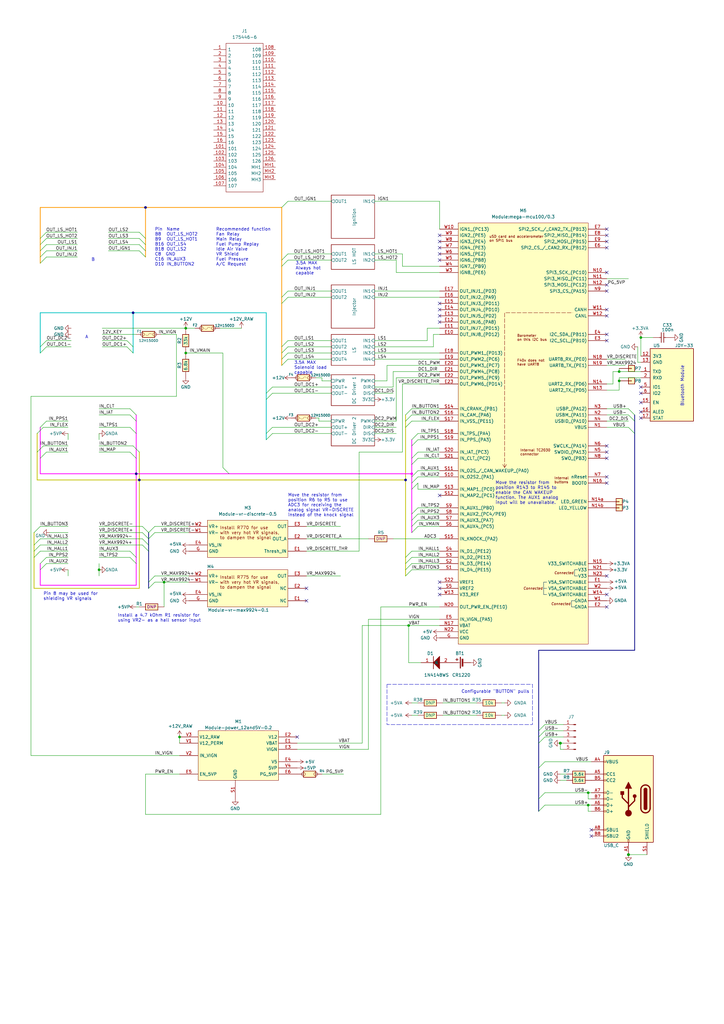
<source format=kicad_sch>
(kicad_sch (version 20230121) (generator eeschema)
  (paper "A3" portrait)
  (title_block (title "UAEFI") (date "2024-03-27") (rev "C") (company "rusEFI.com") (comment 1 "https://rusefi.com/s/uaefi"))
  (junction (at 54.61 128.27))
  (junction (at 57.15 196.85))
  (junction (at 167.64 256.54))
  (junction (at 241.3 325.12))
  (junction (at 76.2 144.78))
  (junction (at 257.81 350.52) (diameter 1.016))
  (junction (at 229.87 304.8) (diameter 1.016))
  (junction (at 262.89 138.43))
  (junction (at 67.31 238.76))
  (junction (at 168.91 194.31) (color 255 0 255 1))
  (junction (at 166.37 196.85))
  (junction (at 59.69 85.09))
  (junction (at 241.3 330.2))
  (junction (at 55.88 194.31))
  (junction (at 40.64 233.68))
  (junction (at 76.2 134.62))
  (junction (at 73.66 302.26))
  (junction (at 254 152.4))
  (junction (at 254 156.21))
  (no_connect (at 125.73 241.3))
  (no_connect (at 180.34 104.14))
  (no_connect (at 262.89 171.45))
  (no_connect (at 248.92 129.54))
  (no_connect (at 242.57 342.9))
  (no_connect (at 125.73 246.38))
  (no_connect (at 180.34 96.52))
  (no_connect (at 248.92 99.06))
  (no_connect (at 262.89 168.91))
  (no_connect (at 242.57 340.36))
  (no_connect (at 248.92 182.88))
  (no_connect (at 248.92 187.96))
  (no_connect (at 180.34 127))
  (no_connect (at 248.92 127))
  (no_connect (at 248.92 248.92))
  (no_connect (at 248.92 93.98))
  (no_connect (at 248.92 119.38))
  (no_connect (at 180.34 129.54))
  (no_connect (at 262.89 161.29))
  (no_connect (at 248.92 96.52))
  (no_connect (at 248.92 198.12))
  (no_connect (at 248.92 185.42))
  (no_connect (at 121.92 302.26))
  (no_connect (at 248.92 236.22))
  (no_connect (at 180.34 203.2))
  (no_connect (at 248.92 111.76))
  (no_connect (at 180.34 132.08))
  (no_connect (at 180.34 124.46))
  (no_connect (at 262.89 158.75))
  (no_connect (at 180.34 106.68))
  (no_connect (at 248.92 243.84))
  (no_connect (at 248.92 137.16))
  (no_connect (at 248.92 139.7))
  (no_connect (at 248.92 116.84))
  (no_connect (at 180.34 241.3))
  (no_connect (at 262.89 165.1))
  (no_connect (at 180.34 238.76))
  (no_connect (at 180.34 243.84))
  (no_connect (at 248.92 195.58))
  (no_connect (at 248.92 101.6))
  (no_connect (at 180.34 99.06))
  (no_connect (at 180.34 101.6))
  (bus_entry (at 171.45 177.8) (size -2.54 2.54))
  (bus_entry (at 118.11 147.32) (size -2.54 2.54))
  (bus_entry (at 19.05 172.72) (size -2.54 2.54))
  (bus_entry (at 54.61 182.88) (size 2.54 2.54))
  (bus_entry (at 19.05 100.33) (size -2.54 2.54))
  (bus_entry (at 223.52 325.12) (size -2.54 2.54) (stroke (width 0.1524)))
  (bus_entry (at 58.42 223.52) (size 2.54 2.54))
  (bus_entry (at 57.15 95.25) (size 2.54 2.54))
  (bus_entry (at 19.05 139.7) (size -2.54 2.54))
  (bus_entry (at 17.78 175.26) (size -2.54 2.54))
  (bus_entry (at 257.81 167.64) (size 2.54 2.54) (stroke (width 0.1524)))
  (bus_entry (at 168.91 172.72) (size -2.54 2.54))
  (bus_entry (at 171.45 187.96) (size -2.54 2.54))
  (bus_entry (at 223.52 299.72) (size -2.54 2.54))
  (bus_entry (at 111.76 177.8) (size -2.54 2.54))
  (bus_entry (at 168.91 231.14) (size -2.54 2.54))
  (bus_entry (at 58.42 220.98) (size 2.54 2.54))
  (bus_entry (at 168.91 228.6) (size -2.54 2.54))
  (bus_entry (at 19.05 185.42) (size -2.54 2.54))
  (bus_entry (at 223.52 297.18) (size -2.54 2.54))
  (bus_entry (at 118.11 142.24) (size -2.54 2.54))
  (bus_entry (at 171.45 195.58) (size -2.54 2.54))
  (bus_entry (at 111.76 175.26) (size -2.54 2.54))
  (bus_entry (at 16.51 226.06) (size -2.54 2.54))
  (bus_entry (at 171.45 198.12) (size -2.54 2.54))
  (bus_entry (at 171.45 210.82) (size -2.54 2.54))
  (bus_entry (at 19.05 228.6) (size -2.54 2.54))
  (bus_entry (at 171.45 185.42) (size -2.54 2.54))
  (bus_entry (at 168.91 233.68) (size -2.54 2.54))
  (bus_entry (at 53.34 185.42) (size 2.54 2.54))
  (bus_entry (at 19.05 231.14) (size -2.54 2.54))
  (bus_entry (at 19.05 95.25) (size -2.54 2.54))
  (bus_entry (at 118.11 104.14) (size -2.54 2.54))
  (bus_entry (at 63.5 238.76) (size -2.54 2.54))
  (bus_entry (at 63.5 218.44) (size -2.54 2.54))
  (bus_entry (at 53.34 175.26) (size 2.54 2.54))
  (bus_entry (at 57.15 100.33) (size 2.54 2.54))
  (bus_entry (at 257.81 175.26) (size 2.54 2.54) (stroke (width 0.1524)))
  (bus_entry (at 57.15 97.79) (size 2.54 2.54))
  (bus_entry (at 53.34 167.64) (size 2.54 2.54))
  (bus_entry (at 53.34 228.6) (size 2.54 2.54))
  (bus_entry (at 52.07 142.24) (size 2.54 2.54))
  (bus_entry (at 57.15 102.87) (size 2.54 2.54))
  (bus_entry (at 91.44 191.77) (size 2.54 2.54))
  (bus_entry (at 223.52 302.26) (size -2.54 2.54))
  (bus_entry (at 16.51 220.98) (size -2.54 2.54))
  (bus_entry (at 16.51 215.9) (size -2.54 2.54))
  (bus_entry (at 168.91 226.06) (size -2.54 2.54))
  (bus_entry (at 111.76 158.75) (size -2.54 2.54))
  (bus_entry (at 257.81 170.18) (size 2.54 2.54) (stroke (width 0.1524)))
  (bus_entry (at 118.11 119.38) (size -2.54 2.54))
  (bus_entry (at 168.91 170.18) (size -2.54 2.54))
  (bus_entry (at 118.11 144.78) (size -2.54 2.54))
  (bus_entry (at 53.34 170.18) (size 2.54 2.54))
  (bus_entry (at 58.42 218.44) (size 2.54 2.54))
  (bus_entry (at 118.11 106.68) (size -2.54 2.54))
  (bus_entry (at 118.11 139.7) (size -2.54 2.54))
  (bus_entry (at 19.05 97.79) (size -2.54 2.54))
  (bus_entry (at 52.07 139.7) (size 2.54 2.54))
  (bus_entry (at 171.45 208.28) (size -2.54 2.54))
  (bus_entry (at 118.11 82.55) (size -2.54 2.54))
  (bus_entry (at 171.45 215.9) (size -2.54 2.54))
  (bus_entry (at 17.78 182.88) (size -2.54 2.54))
  (bus_entry (at 223.52 330.2) (size -2.54 2.54) (stroke (width 0.1524)))
  (bus_entry (at 58.42 215.9) (size 2.54 2.54))
  (bus_entry (at 118.11 121.92) (size -2.54 2.54))
  (bus_entry (at 171.45 193.04) (size -2.54 2.54))
  (bus_entry (at 223.52 312.42) (size -2.54 2.54) (stroke (width 0.1524)))
  (bus_entry (at 171.45 213.36) (size -2.54 2.54))
  (bus_entry (at 168.91 167.64) (size -2.54 2.54))
  (bus_entry (at 63.5 215.9) (size -2.54 2.54))
  (bus_entry (at 171.45 180.34) (size -2.54 2.54))
  (bus_entry (at 19.05 105.41) (size -2.54 2.54))
  (bus_entry (at 53.34 226.06) (size 2.54 2.54))
  (bus_entry (at 63.5 236.22) (size -2.54 2.54))
  (bus_entry (at 16.51 223.52) (size -2.54 2.54))
  (bus_entry (at 19.05 142.24) (size -2.54 2.54))
  (bus_entry (at 111.76 161.29) (size -2.54 2.54))
  (bus_entry (at 19.05 102.87) (size -2.54 2.54))
  (wire (pts (xy 242.57 332.74) (xy 241.3 332.74)))
  (bus (pts (xy 55.88 177.8) (xy 55.88 187.96)) (stroke (width 0) (color 255 0 255 1)))
  (wire (pts (xy 205.74 288.29) (xy 207.01 288.29)))
  (bus (pts (xy 220.98 304.8) (xy 220.98 314.96)))
  (wire (pts (xy 44.45 97.79) (xy 57.15 97.79)))
  (wire (pts (xy 229.87 304.8) (xy 231.14 304.8)))
  (bus (pts (xy 55.88 170.18) (xy 55.88 172.72)) (stroke (width 0) (color 255 0 255 1)))
  (wire (pts (xy 205.74 293.37) (xy 207.01 293.37)))
  (bus (pts (xy 109.22 161.29) (xy 109.22 163.83)) (stroke (width 0) (color 0 194 194 1)))
  (wire (pts (xy 153.67 139.7) (xy 175.26 139.7)))
  (wire (pts (xy 153.67 147.32) (xy 180.34 147.32)))
  (wire (pts (xy 111.76 158.75) (xy 135.89 158.75)))
  (bus (pts (xy 15.24 185.42) (xy 15.24 196.85)) (stroke (width 0) (color 194 194 0 1)))
  (wire (pts (xy 153.67 119.38) (xy 180.34 119.38)))
  (wire (pts (xy 153.67 172.72) (xy 162.56 172.72)))
  (wire (pts (xy 261.62 148.59) (xy 262.89 148.59)))
  (wire (pts (xy 132.08 154.94) (xy 132.08 156.21)))
  (bus (pts (xy 16.51 85.09) (xy 16.51 97.79)) (stroke (width 0) (color 255 153 0 1)))
  (wire (pts (xy 40.64 220.98) (xy 58.42 220.98)))
  (bus (pts (xy 109.22 177.8) (xy 109.22 180.34)) (stroke (width 0) (color 0 194 194 1)))
  (bus (pts (xy 16.51 233.68) (xy 16.51 240.03)) (stroke (width 0) (color 255 0 255 1)))
  (bus (pts (xy 60.96 241.3) (xy 60.96 238.76)))
  (wire (pts (xy 12.7 309.88) (xy 12.7 162.56)))
  (wire (pts (xy 40.64 185.42) (xy 53.34 185.42)))
  (wire (pts (xy 242.57 325.12) (xy 241.3 325.12)))
  (wire (pts (xy 29.21 142.24) (xy 19.05 142.24)))
  (wire (pts (xy 165.1 109.22) (xy 180.34 109.22)))
  (bus (pts (xy 220.98 302.26) (xy 220.98 304.8)))
  (wire (pts (xy 180.34 82.55) (xy 180.34 93.98)))
  (bus (pts (xy 166.37 170.18) (xy 166.37 172.72)) (stroke (width 0) (color 194 194 0 1)))
  (wire (pts (xy 162.56 106.68) (xy 153.67 106.68)))
  (bus (pts (xy 220.98 327.66) (xy 220.98 332.74)))
  (bus (pts (xy 109.22 163.83) (xy 109.22 177.8)) (stroke (width 0) (color 0 194 194 1)))
  (wire (pts (xy 40.64 223.52) (xy 58.42 223.52)))
  (wire (pts (xy 118.11 82.55) (xy 135.89 82.55)))
  (wire (pts (xy 156.21 334.01) (xy 156.21 248.92)))
  (wire (pts (xy 181.61 293.37) (xy 195.58 293.37)))
  (bus (pts (xy 115.57 144.78) (xy 115.57 147.32)) (stroke (width 0) (color 255 153 0 1)))
  (bus (pts (xy 168.91 210.82) (xy 168.91 213.36)) (stroke (width 0) (color 255 0 255 1)))
  (wire (pts (xy 153.67 144.78) (xy 180.34 144.78)))
  (wire (pts (xy 148.59 256.54) (xy 167.64 256.54)))
  (wire (pts (xy 31.75 97.79) (xy 19.05 97.79)))
  (wire (pts (xy 63.5 215.9) (xy 77.47 215.9)))
  (wire (pts (xy 132.08 156.21) (xy 135.89 156.21)))
  (bus (pts (xy 15.24 177.8) (xy 15.24 185.42)) (stroke (width 0) (color 194 194 0 1)))
  (bus (pts (xy 220.98 266.7) (xy 220.98 299.72)))
  (wire (pts (xy 171.45 177.8) (xy 180.34 177.8)))
  (wire (pts (xy 118.11 144.78) (xy 135.89 144.78)))
  (wire (pts (xy 27.94 228.6) (xy 19.05 228.6)))
  (wire (pts (xy 111.76 175.26) (xy 135.89 175.26)))
  (wire (pts (xy 31.75 105.41) (xy 19.05 105.41)))
  (wire (pts (xy 231.14 297.18) (xy 223.52 297.18)))
  (wire (pts (xy 147.32 185.42) (xy 165.1 185.42)))
  (wire (pts (xy 251.46 152.4) (xy 251.46 157.48)))
  (wire (pts (xy 254 151.13) (xy 254 152.4)))
  (wire (pts (xy 242.57 327.66) (xy 241.3 327.66)))
  (wire (pts (xy 41.91 139.7) (xy 52.07 139.7)))
  (wire (pts (xy 168.91 167.64) (xy 180.34 167.64)))
  (bus (pts (xy 115.57 142.24) (xy 115.57 144.78)) (stroke (width 0) (color 255 153 0 1)))
  (wire (pts (xy 254 154.94) (xy 254 156.21)))
  (bus (pts (xy 115.57 85.09) (xy 115.57 106.68)) (stroke (width 0) (color 255 153 0 1)))
  (wire (pts (xy 40.64 170.18) (xy 53.34 170.18)))
  (wire (pts (xy 76.2 134.62) (xy 80.01 134.62)))
  (bus (pts (xy 59.69 97.79) (xy 59.69 100.33)) (stroke (width 0) (color 255 153 0 1)))
  (bus (pts (xy 166.37 233.68) (xy 166.37 236.22)) (stroke (width 0) (color 194 194 0 1)))
  (wire (pts (xy 171.45 210.82) (xy 180.34 210.82)))
  (wire (pts (xy 27.94 233.68) (xy 27.94 236.22)))
  (wire (pts (xy 129.54 171.45) (xy 130.81 171.45)))
  (bus (pts (xy 59.69 85.09) (xy 59.69 97.79)) (stroke (width 0) (color 255 153 0 1)))
  (wire (pts (xy 251.46 152.4) (xy 254 152.4)))
  (bus (pts (xy 60.96 238.76) (xy 60.96 226.06)))
  (bus (pts (xy 260.35 266.7) (xy 260.35 177.8)))
  (wire (pts (xy 248.92 170.18) (xy 257.81 170.18)))
  (bus (pts (xy 220.98 266.7) (xy 260.35 266.7)))
  (wire (pts (xy 254 156.21) (xy 254 160.02)))
  (wire (pts (xy 231.14 307.34) (xy 229.87 307.34)))
  (wire (pts (xy 72.39 162.56) (xy 72.39 137.16)))
  (bus (pts (xy 115.57 106.68) (xy 115.57 109.22)) (stroke (width 0) (color 255 153 0 1)))
  (bus (pts (xy 16.51 231.14) (xy 16.51 233.68)) (stroke (width 0) (color 255 0 255 1)))
  (wire (pts (xy 248.92 160.02) (xy 254 160.02)))
  (wire (pts (xy 40.64 177.8) (xy 40.64 180.34)))
  (bus (pts (xy 168.91 198.12) (xy 168.91 200.66)) (stroke (width 0) (color 255 0 255 1)))
  (bus (pts (xy 13.97 223.52) (xy 13.97 226.06)) (stroke (width 0) (color 194 194 0 1)))
  (wire (pts (xy 177.8 137.16) (xy 180.34 137.16)))
  (bus (pts (xy 16.51 100.33) (xy 16.51 102.87)) (stroke (width 0) (color 255 153 0 1)))
  (wire (pts (xy 40.64 218.44) (xy 58.42 218.44)))
  (wire (pts (xy 76.2 144.78) (xy 91.44 144.78)))
  (wire (pts (xy 63.5 236.22) (xy 77.47 236.22)))
  (wire (pts (xy 63.5 218.44) (xy 77.47 218.44)))
  (wire (pts (xy 168.91 228.6) (xy 180.34 228.6)))
  (bus (pts (xy 168.91 182.88) (xy 168.91 187.96)) (stroke (width 0) (color 255 0 255 1)))
  (bus (pts (xy 93.98 194.31) (xy 168.91 194.31)) (stroke (width 0) (color 255 0 255 1)))
  (wire (pts (xy 171.45 200.66) (xy 171.45 198.12)))
  (wire (pts (xy 118.11 106.68) (xy 135.89 106.68)))
  (wire (pts (xy 31.75 95.25) (xy 19.05 95.25)))
  (bus (pts (xy 168.91 195.58) (xy 168.91 198.12)) (stroke (width 0) (color 255 0 255 1)))
  (wire (pts (xy 161.29 152.4) (xy 180.34 152.4)))
  (bus (pts (xy 13.97 226.06) (xy 13.97 228.6)) (stroke (width 0) (color 194 194 0 1)))
  (wire (pts (xy 41.91 137.16) (xy 55.88 137.16)))
  (wire (pts (xy 153.67 121.92) (xy 180.34 121.92)))
  (bus (pts (xy 168.91 194.31) (xy 168.91 195.58)) (stroke (width 0) (color 255 0 255 1)))
  (wire (pts (xy 111.76 177.8) (xy 135.89 177.8)))
  (wire (pts (xy 44.45 102.87) (xy 57.15 102.87)))
  (bus (pts (xy 260.35 170.18) (xy 260.35 172.72)))
  (wire (pts (xy 129.54 154.94) (xy 132.08 154.94)))
  (wire (pts (xy 175.26 134.62) (xy 180.34 134.62)))
  (bus (pts (xy 55.88 240.03) (xy 16.51 240.03)) (stroke (width 0) (color 255 0 255 1)))
  (bus (pts (xy 166.37 196.85) (xy 166.37 228.6)) (stroke (width 0) (color 194 194 0 1)))
  (wire (pts (xy 161.29 220.98) (xy 180.34 220.98)))
  (wire (pts (xy 229.87 317.5) (xy 232.41 317.5)))
  (wire (pts (xy 223.52 312.42) (xy 242.57 312.42)))
  (wire (pts (xy 265.43 350.52) (xy 257.81 350.52)))
  (bus (pts (xy 16.51 187.96) (xy 16.51 194.31)) (stroke (width 0) (color 255 0 255 1)))
  (bus (pts (xy 59.69 102.87) (xy 59.69 105.41)) (stroke (width 0) (color 255 153 0 1)))
  (wire (pts (xy 27.94 215.9) (xy 16.51 215.9)))
  (wire (pts (xy 162.56 111.76) (xy 162.56 106.68)))
  (wire (pts (xy 125.73 226.06) (xy 147.32 226.06)))
  (wire (pts (xy 12.7 162.56) (xy 72.39 162.56)))
  (bus (pts (xy 55.88 231.14) (xy 55.88 240.03)) (stroke (width 0) (color 255 0 255 1)))
  (wire (pts (xy 59.69 317.5) (xy 73.66 317.5)))
  (wire (pts (xy 248.92 172.72) (xy 257.81 172.72)))
  (wire (pts (xy 158.75 149.86) (xy 180.34 149.86)))
  (bus (pts (xy 168.91 200.66) (xy 168.91 210.82)) (stroke (width 0) (color 255 0 255 1)))
  (wire (pts (xy 267.97 138.43) (xy 262.89 138.43)))
  (wire (pts (xy 118.11 142.24) (xy 135.89 142.24)))
  (bus (pts (xy 168.91 180.34) (xy 168.91 182.88)) (stroke (width 0) (color 255 0 255 1)))
  (wire (pts (xy 44.45 95.25) (xy 57.15 95.25)))
  (wire (pts (xy 156.21 248.92) (xy 180.34 248.92)))
  (wire (pts (xy 165.1 157.48) (xy 180.34 157.48)))
  (wire (pts (xy 162.56 172.72) (xy 162.56 154.94)))
  (wire (pts (xy 147.32 226.06) (xy 147.32 185.42)))
  (bus (pts (xy 260.35 172.72) (xy 260.35 177.8)))
  (wire (pts (xy 171.45 193.04) (xy 180.34 193.04)))
  (wire (pts (xy 229.87 320.04) (xy 232.41 320.04)))
  (bus (pts (xy 60.96 223.52) (xy 60.96 226.06)))
  (wire (pts (xy 168.91 293.37) (xy 171.45 293.37)))
  (wire (pts (xy 17.78 182.88) (xy 27.94 182.88)))
  (wire (pts (xy 153.67 175.26) (xy 162.56 175.26)))
  (bus (pts (xy 54.61 142.24) (xy 54.61 144.78)) (stroke (width 0) (color 0 194 194 1)))
  (wire (pts (xy 40.64 182.88) (xy 54.61 182.88)))
  (wire (pts (xy 59.69 334.01) (xy 156.21 334.01)))
  (bus (pts (xy 60.96 220.98) (xy 60.96 223.52)))
  (wire (pts (xy 132.08 317.5) (xy 140.97 317.5)))
  (bus (pts (xy 13.97 218.44) (xy 13.97 223.52)) (stroke (width 0) (color 194 194 0 1)))
  (bus (pts (xy 55.88 194.31) (xy 93.98 194.31)) (stroke (width 0) (color 255 0 255 1)))
  (wire (pts (xy 40.64 167.64) (xy 53.34 167.64)))
  (bus (pts (xy 55.88 194.31) (xy 55.88 228.6)) (stroke (width 0) (color 255 0 255 1)))
  (bus (pts (xy 115.57 124.46) (xy 115.57 142.24)) (stroke (width 0) (color 255 153 0 1)))
  (wire (pts (xy 153.67 104.14) (xy 165.1 104.14)))
  (wire (pts (xy 27.94 226.06) (xy 16.51 226.06)))
  (bus (pts (xy 115.57 85.09) (xy 59.69 85.09)) (stroke (width 0) (color 255 153 0 1)))
  (wire (pts (xy 130.81 172.72) (xy 135.89 172.72)))
  (wire (pts (xy 153.67 142.24) (xy 177.8 142.24)))
  (wire (pts (xy 118.11 139.7) (xy 135.89 139.7)))
  (bus (pts (xy 16.51 105.41) (xy 16.51 107.95)) (stroke (width 0) (color 255 153 0 1)))
  (wire (pts (xy 231.14 302.26) (xy 223.52 302.26)))
  (bus (pts (xy 168.91 187.96) (xy 168.91 190.5)) (stroke (width 0) (color 255 0 255 1)))
  (wire (pts (xy 262.89 138.43) (xy 262.89 146.05)))
  (wire (pts (xy 151.13 254) (xy 180.34 254)))
  (wire (pts (xy 121.92 304.8) (xy 148.59 304.8)))
  (bus (pts (xy 16.51 194.31) (xy 55.88 194.31)) (stroke (width 0) (color 255 0 255 1)))
  (wire (pts (xy 175.26 139.7) (xy 175.26 134.62)))
  (wire (pts (xy 167.64 256.54) (xy 167.64 271.78)))
  (wire (pts (xy 171.45 185.42) (xy 180.34 185.42)))
  (wire (pts (xy 161.29 158.75) (xy 161.29 152.4)))
  (wire (pts (xy 151.13 307.34) (xy 151.13 254)))
  (wire (pts (xy 241.3 327.66) (xy 241.3 325.12)))
  (wire (pts (xy 168.91 226.06) (xy 180.34 226.06)))
  (wire (pts (xy 153.67 156.21) (xy 158.75 156.21)))
  (wire (pts (xy 165.1 185.42) (xy 165.1 157.48)))
  (bus (pts (xy 115.57 121.92) (xy 115.57 124.46)) (stroke (width 0) (color 255 153 0 1)))
  (wire (pts (xy 27.94 185.42) (xy 19.05 185.42)))
  (bus (pts (xy 166.37 172.72) (xy 166.37 175.26)) (stroke (width 0) (color 194 194 0 1)))
  (wire (pts (xy 251.46 157.48) (xy 248.92 157.48)))
  (wire (pts (xy 67.31 238.76) (xy 77.47 238.76)))
  (bus (pts (xy 16.51 142.24) (xy 16.51 128.27)) (stroke (width 0) (color 0 194 194 1)))
  (wire (pts (xy 66.04 137.16) (xy 72.39 137.16)))
  (wire (pts (xy 248.92 149.86) (xy 256.54 149.86)))
  (wire (pts (xy 171.45 208.28) (xy 180.34 208.28)))
  (bus (pts (xy 168.91 213.36) (xy 168.91 215.9)) (stroke (width 0) (color 255 0 255 1)))
  (wire (pts (xy 59.69 334.01) (xy 59.69 317.5)))
  (wire (pts (xy 248.92 175.26) (xy 257.81 175.26)))
  (wire (pts (xy 171.45 187.96) (xy 180.34 187.96)))
  (wire (pts (xy 241.3 325.12) (xy 223.52 325.12)))
  (bus (pts (xy 16.51 97.79) (xy 16.51 100.33)) (stroke (width 0) (color 255 153 0 1)))
  (bus (pts (xy 54.61 128.27) (xy 109.22 128.27)) (stroke (width 0) (color 0 194 194 1)))
  (wire (pts (xy 231.14 299.72) (xy 223.52 299.72)))
  (wire (pts (xy 20.32 218.44) (xy 27.94 218.44)))
  (wire (pts (xy 153.67 82.55) (xy 180.34 82.55)))
  (bus (pts (xy 168.91 190.5) (xy 168.91 194.31)) (stroke (width 0) (color 255 0 255 1)))
  (wire (pts (xy 31.75 102.87) (xy 19.05 102.87)))
  (wire (pts (xy 40.64 228.6) (xy 53.34 228.6)))
  (wire (pts (xy 241.3 332.74) (xy 241.3 330.2)))
  (wire (pts (xy 180.34 111.76) (xy 162.56 111.76)))
  (wire (pts (xy 241.3 330.2) (xy 223.52 330.2)))
  (bus (pts (xy 59.69 100.33) (xy 59.69 102.87)) (stroke (width 0) (color 255 153 0 1)))
  (bus (pts (xy 115.57 147.32) (xy 115.57 149.86)) (stroke (width 0) (color 255 153 0 1)))
  (bus (pts (xy 16.51 102.87) (xy 16.51 105.41)) (stroke (width 0) (color 255 153 0 1)))
  (wire (pts (xy 167.64 271.78) (xy 172.72 271.78)))
  (bus (pts (xy 57.15 185.42) (xy 57.15 196.85)) (stroke (width 0) (color 194 194 0 1)))
  (wire (pts (xy 148.59 304.8) (xy 148.59 256.54)))
  (wire (pts (xy 41.91 142.24) (xy 52.07 142.24)))
  (bus (pts (xy 55.88 228.6) (xy 55.88 231.14)) (stroke (width 0) (color 255 0 255 1)))
  (wire (pts (xy 29.21 139.7) (xy 19.05 139.7)))
  (wire (pts (xy 118.11 119.38) (xy 135.89 119.38)))
  (wire (pts (xy 125.73 236.22) (xy 139.7 236.22)))
  (wire (pts (xy 254 152.4) (xy 262.89 152.4)))
  (wire (pts (xy 41.91 134.62) (xy 76.2 134.62)))
  (bus (pts (xy 220.98 299.72) (xy 220.98 302.26)))
  (wire (pts (xy 27.94 177.8) (xy 27.94 180.34)))
  (wire (pts (xy 44.45 100.33) (xy 57.15 100.33)))
  (wire (pts (xy 90.17 134.62) (xy 99.06 134.62)))
  (wire (pts (xy 118.11 147.32) (xy 135.89 147.32)))
  (wire (pts (xy 180.34 200.66) (xy 171.45 200.66)))
  (wire (pts (xy 73.66 302.26) (xy 73.66 304.8)))
  (bus (pts (xy 55.88 172.72) (xy 55.88 177.8)) (stroke (width 0) (color 255 0 255 1)))
  (wire (pts (xy 168.91 233.68) (xy 180.34 233.68)))
  (bus (pts (xy 166.37 228.6) (xy 166.37 231.14)) (stroke (width 0) (color 194 194 0 1)))
  (wire (pts (xy 167.64 256.54) (xy 180.34 256.54)))
  (wire (pts (xy 121.92 307.34) (xy 151.13 307.34)))
  (bus (pts (xy 54.61 128.27) (xy 54.61 142.24)) (stroke (width 0) (color 0 194 194 1)))
  (wire (pts (xy 27.94 231.14) (xy 19.05 231.14)))
  (wire (pts (xy 229.87 307.34) (xy 229.87 304.8)))
  (wire (pts (xy 168.91 288.29) (xy 171.45 288.29)))
  (wire (pts (xy 125.73 220.98) (xy 151.13 220.98)))
  (wire (pts (xy 67.31 238.76) (xy 67.31 248.92)))
  (wire (pts (xy 125.73 215.9) (xy 139.7 215.9)))
  (wire (pts (xy 111.76 161.29) (xy 135.89 161.29)))
  (bus (pts (xy 16.51 128.27) (xy 54.61 128.27)) (stroke (width 0) (color 0 194 194 1)))
  (wire (pts (xy 171.45 195.58) (xy 180.34 195.58)))
  (bus (pts (xy 57.15 196.85) (xy 57.15 241.3)) (stroke (width 0) (color 194 194 0 1)))
  (wire (pts (xy 40.64 226.06) (xy 53.34 226.06)))
  (wire (pts (xy 168.91 170.18) (xy 180.34 170.18)))
  (wire (pts (xy 130.81 171.45) (xy 130.81 172.72)))
  (wire (pts (xy 55.88 248.92) (xy 57.15 248.92)))
  (wire (pts (xy 158.75 156.21) (xy 158.75 149.86)))
  (bus (pts (xy 16.51 175.26) (xy 16.51 187.96)) (stroke (width 0) (color 255 0 255 1)))
  (bus (pts (xy 59.69 85.09) (xy 16.51 85.09)) (stroke (width 0) (color 255 153 0 1)))
  (bus (pts (xy 16.51 144.78) (xy 16.51 142.24)) (stroke (width 0) (color 0 194 194 1)))
  (bus (pts (xy 168.91 215.9) (xy 168.91 218.44)) (stroke (width 0) (color 255 0 255 1)))
  (wire (pts (xy 153.67 158.75) (xy 161.29 158.75)))
  (wire (pts (xy 171.45 180.34) (xy 180.34 180.34)))
  (wire (pts (xy 153.67 177.8) (xy 162.56 177.8)))
  (bus (pts (xy 220.98 314.96) (xy 220.98 327.66)))
  (wire (pts (xy 261.62 142.24) (xy 261.62 148.59)))
  (wire (pts (xy 12.7 309.88) (xy 73.66 309.88)))
  (wire (pts (xy 118.11 104.14) (xy 135.89 104.14)))
  (wire (pts (xy 40.64 231.14) (xy 40.64 233.68)))
  (wire (pts (xy 168.91 231.14) (xy 180.34 231.14)))
  (bus (pts (xy 115.57 109.22) (xy 115.57 121.92)) (stroke (width 0) (color 255 153 0 1)))
  (wire (pts (xy 118.11 121.92) (xy 135.89 121.92)))
  (wire (pts (xy 177.8 142.24) (xy 177.8 137.16)))
  (wire (pts (xy 248.92 147.32) (xy 256.54 147.32)))
  (wire (pts (xy 242.57 330.2) (xy 241.3 330.2)))
  (wire (pts (xy 31.75 100.33) (xy 19.05 100.33)))
  (wire (pts (xy 162.56 154.94) (xy 180.34 154.94)))
  (wire (pts (xy 254 154.94) (xy 262.89 154.94)))
  (bus (pts (xy 55.88 187.96) (xy 55.88 194.31)) (stroke (width 0) (color 255 0 255 1)))
  (bus (pts (xy 57.15 241.3) (xy 13.97 241.3)) (stroke (width 0) (color 194 194 0 1)))
  (wire (pts (xy 165.1 104.14) (xy 165.1 109.22)))
  (wire (pts (xy 40.64 233.68) (xy 40.64 236.22)))
  (wire (pts (xy 171.45 215.9) (xy 180.34 215.9)))
  (wire (pts (xy 248.92 114.3) (xy 257.81 114.3)))
  (bus (pts (xy 166.37 196.85) (xy 57.15 196.85)) (stroke (width 0) (color 194 194 0 1)))
  (bus (pts (xy 166.37 175.26) (xy 166.37 196.85)) (stroke (width 0) (color 194 194 0 1)))
  (wire (pts (xy 27.94 223.52) (xy 16.51 223.52)))
  (wire (pts (xy 17.78 175.26) (xy 27.94 175.26)))
  (bus (pts (xy 109.22 128.27) (xy 109.22 161.29)) (stroke (width 0) (color 0 194 194 1)))
  (wire (pts (xy 27.94 220.98) (xy 16.51 220.98)))
  (bus (pts (xy 166.37 231.14) (xy 166.37 233.68)) (stroke (width 0) (color 194 194 0 1)))
  (wire (pts (xy 248.92 167.64) (xy 257.81 167.64)))
  (wire (pts (xy 27.94 172.72) (xy 19.05 172.72)))
  (wire (pts (xy 91.44 144.78) (xy 91.44 191.77)))
  (wire (pts (xy 63.5 238.76) (xy 67.31 238.76)))
  (wire (pts (xy 40.64 175.26) (xy 53.34 175.26)))
  (wire (pts (xy 171.45 213.36) (xy 180.34 213.36)))
  (wire (pts (xy 153.67 161.29) (xy 161.29 161.29)))
  (bus (pts (xy 15.24 196.85) (xy 57.15 196.85)) (stroke (width 0) (color 194 194 0 1)))
  (bus (pts (xy 60.96 218.44) (xy 60.96 220.98)))
  (wire (pts (xy 181.61 288.29) (xy 195.58 288.29)))
  (bus (pts (xy 13.97 228.6) (xy 13.97 241.3)) (stroke (width 0) (color 194 194 0 1)))
  (wire (pts (xy 40.64 215.9) (xy 58.42 215.9)))
  (wire (pts (xy 168.91 172.72) (xy 180.34 172.72)))
  (rectangle (start 158.75 280.67) (end 218.44 297.18) (stroke (width 0) (type dash)))
  (text "Move the resistor from\nposition R6 to R5 to use \nADC3 for receiving the\nanalog signal VR-DISCRETE\ninstead of the knock signal" (at 118.11 212.09 0) (effects (font (size 1.27 1.27)) (justify left bottom)))
  (text "Bluetooth Module" (at 280.67 149.86 90) (effects (font (size 1.27 1.27)) (justify right bottom)))
  (text "Configurable \"BUTTON\" pulls" (at 189.23 284.48 0) (effects (font (size 1.27 1.27)) (justify left bottom)))
  (text "3.5A MAX\nSolenoid load\ncapable" (at 120.65 153.67 0) (effects (font (size 1.27 1.27)) (justify left bottom)))
  (text "Move the resistor from\nposition R143 to R145 to\nenable the CAN WAKEUP\nfunction. The AUX1 analog\ninput will be unavailable." (at 203.2 207.01 0) (effects (font (size 1.27 1.27)) (justify left bottom)))
  (text "Pin	Name			Recommended function\nB8	OUT_LS_HOT2		Fan Relay\nB9	OUT_LS_HOT1		Main Relay\nB16	OUT_LS4			Fuel Pump Replay\nB18	OUT_LS2			Idle Air Valve\nC8  GND  			VR Shield\nC16	IN_AUX3			Fuel Pressure\nD10	IN_BUTTON2		A/C Request" (at 63.5 109.22 0) (effects (font (size 1.27 1.27)) (justify left bottom)))
  (text "3.5A MAX\nAlways hot\ncapable" (at 121.2103 112.8584 0) (effects (font (size 1.27 1.27)) (justify left bottom)))
  (text "Install a 4.7 kOhm R1 resistor for \nusing VR2- as a hall sensor input" (at 48.26 255.27 0) (effects (font (size 1.27 1.27)) (justify left bottom)))
  (text "B" (at 37.465 107.315 0) (effects (font (size 1.27 1.27)) (justify left bottom)))
  (text "A" (at 34.925 139.065 0) (effects (font (size 1.27 1.27)) (justify left bottom)))
  (text "Pin 8 may be used for \nshielding VR signals" (at 17.78 246.38 0) (effects (font (size 1.27 1.27)) (justify left bottom)))
  (label "OUT_LS2" (at 44.45 95.25 0))
  (label "VR_DISCRETE_A" (at 125.73 220.98 0))
  (label "PG_5VP" (at 256.54 116.84 180))
  (label "IN_HALL1" (at 180.34 226.06 180))
  (label "OUT_LS1" (at 31.75 100.33 180))
  (label "IN_PPS1" (at 180.34 180.34 180))
  (label "VR_DISCRETE+" (at 66.04 215.9 0))
  (label "OUT_LS1" (at 120.65 139.7 0))
  (label "DC2_DIR" (at 153.67 175.26 0))
  (label "IN_BUTTON1" (at 181.61 288.29 0))
  (label "IN_PPS2" (at 27.94 228.6 180))
  (label "OUT_DC1-" (at 120.65 161.29 0))
  (label "IN_CLT" (at 46.99 167.64 180))
  (label "LS3" (at 154.94 144.78 0))
  (label "OUT_DC1-" (at 29.21 142.24 180))
  (label "IN_CLT" (at 180.34 187.96 180))
  (label "IN_AUX2" (at 27.94 231.14 180))
  (label "OUT_LS4" (at 120.65 147.32 0))
  (label "OUT_DC2-" (at 120.65 177.8 0))
  (label "VR_DISCRETE-" (at 40.64 215.9 0))
  (label "OUT_INJ1" (at 120.65 119.38 0))
  (label "12V_KEY" (at 41.91 137.16 0))
  (label "IN_FLEX" (at 180.34 172.72 180))
  (label "OUT_LS4" (at 44.45 100.33 0))
  (label "OUT_LS_HOT1" (at 31.75 95.25 180))
  (label "IN_MAP" (at 40.64 185.42 0))
  (label "VIGN" (at 143.51 307.34 180))
  (label "VBAT" (at 167.64 256.54 0))
  (label "IN_HALL2" (at 180.34 228.6 180))
  (label "VR_MAX9924" (at 125.73 236.22 0))
  (label "USB+" (at 251.46 167.64 0))
  (label "USB+" (at 223.52 302.26 0))
  (label "USB-" (at 241.3 325.12 180))
  (label "OUT_LS_HOT2" (at 31.75 97.79 180))
  (label "OUT_LS_HOT2" (at 133.35 106.68 180))
  (label "IN_BUTTON1" (at 180.34 167.64 180))
  (label "IN_TPS1" (at 40.64 175.26 0))
  (label "OUT_LS3" (at 120.65 144.78 0))
  (label "VR_DISCRETE+" (at 40.64 218.44 0))
  (label "LS4" (at 154.94 147.32 0))
  (label "IN_HALL2" (at 27.94 223.52 180))
  (label "USB-" (at 223.52 299.72 0))
  (label "DC2_DIS" (at 257.81 172.72 180))
  (label "VR_MAX9924-" (at 40.64 220.98 0))
  (label "OUT_LS3" (at 44.45 97.79 0))
  (label "USB-" (at 251.46 170.18 0))
  (label "IN_BUTTON1" (at 27.94 182.88 180))
  (label "IN_TPS2" (at 40.64 228.6 0))
  (label "DC2_PWM" (at 153.67 172.72 0))
  (label "VR_DISCRETE-" (at 66.04 218.44 0))
  (label "PWR_EN" (at 63.5 317.5 0))
  (label "VBUS" (at 228.6 297.18 180))
  (label "VR_DISCRETE" (at 125.73 215.9 0))
  (label "VR_MAX9924-" (at 66.04 238.76 0))
  (label "VBAT" (at 143.51 304.8 180))
  (label "PG_5VP" (at 140.97 317.5 180))
  (label "OUT_LS_HOT1" (at 133.35 104.14 180))
  (label "OUT_DC2+" (at 41.91 139.7 0))
  (label "LS_HOT2" (at 154.94 106.68 0))
  (label "IN_VIGN" (at 63.5 309.88 0))
  (label "VR_DISCRETE_THR" (at 125.73 226.06 0))
  (label "OUT_DC1+" (at 41.91 142.24 0))
  (label "DC2_PWM" (at 171.45 154.94 0))
  (label "IN_BUTTON3" (at 180.34 233.68 180))
  (label "IN_TPS2" (at 180.34 208.28 180))
  (label "IN_HALL3" (at 180.34 231.14 180))
  (label "VR_DISCRETE_THR" (at 180.34 157.48 180))
  (label "IN_HALL3" (at 27.94 220.98 180))
  (label "IN_AUX1" (at 180.34 193.04 180))
  (label "OUT_INJ2" (at 31.75 105.41 180))
  (label "DC1_DIR" (at 171.45 152.4 0))
  (label "IN_PPS2" (at 180.34 210.82 180))
  (label "VR_DISCRETE" (at 248.92 147.32 0))
  (label "OUT_INJ2" (at 120.65 121.92 0))
  (label "VBUS" (at 236.22 312.42 0))
  (label "OUT_DC2-" (at 29.21 139.7 180))
  (label "LS2" (at 154.94 142.24 0))
  (label "OUT_INJ1" (at 31.75 102.87 180))
  (label "VIGN" (at 167.64 254 0))
  (label "IN_TPS1" (at 180.34 177.8 180))
  (label "IN_VMAIN" (at 86.36 144.78 180))
  (label "ADC3" (at 173.99 220.98 0))
  (label "VBUS" (at 251.46 175.26 0))
  (label "IN_MAP" (at 180.34 200.66 180))
  (label "OUT_IGN1" (at 44.45 102.87 0))
  (label "IN_BUTTON2" (at 181.61 293.37 0))
  (label "IN_BUTTON2" (at 180.34 170.18 180))
  (label "VR_MAX9924" (at 248.92 149.86 0))
  (label "IN_BUTTON3" (at 27.94 215.9 180))
  (label "IN_FLEX" (at 27.94 175.26 180))
  (label "IN_VIGN" (at 72.39 137.16 180))
  (label "IN_AUX2" (at 180.34 195.58 180))
  (label "IGN1" (at 154.94 82.55 0))
  (label "IN_IAT" (at 180.34 185.42 180))
  (label "VR_MAX9924+" (at 40.64 223.52 0))
  (label "IN_BUTTON2" (at 40.64 182.88 0))
  (label "IN_IAT" (at 40.64 170.18 0))
  (label "OUT_LS2" (at 120.65 142.24 0))
  (label "PWR_EN" (at 167.64 248.92 0))
  (label "OUT_DC1+" (at 120.65 158.75 0))
  (label "IN_HALL1" (at 27.94 226.06 180))
  (label "OUT_IGN1" (at 120.65 82.55 0))
  (label "DC1_DIS" (at 153.67 161.29 0))
  (label "LS_HOT1" (at 154.94 104.14 0))
  (label "INJ1" (at 154.94 119.38 0))
  (label "IN_AUX3" (at 180.34 213.36 180))
  (label "DC2_DIS" (at 153.67 177.8 0))
  (label "INJ2" (at 154.94 121.92 0))
  (label "OUT_DC2+" (at 120.65 175.26 0))
  (label "LS1" (at 154.94 139.7 0))
  (label "IN_AUX1" (at 27.94 185.42 180))
  (label "DC1_PWM" (at 171.45 149.86 0))
  (label "IN_PPS1" (at 27.94 172.72 180))
  (label "VR_MAX9924+" (at 66.04 236.22 0))
  (label "IN_VMAIN" (at 180.34 215.9 180))
  (label "IN_AUX3" (at 40.64 226.06 0))
  (label "USB+" (at 241.3 330.2 180))
  (symbol (lib_id "hellen-one-common:Cap") (at 271.78 138.43 0) (mirror y) (unit 1)
    (property "Reference" "C33" (at 271.78 133.35 0) (effects (justify right)))
    (property "Value" "100n" (at 271.4077 135.2395 0) (effects (justify right)))
    (property "Footprint" "hellen-one-common:C0603" (effects hide))
    (property "LCSC" "C14663" (effects hide))
  )
  (symbol (lib_id "power:GND") (at 180.34 261.62 270) (mirror x) (unit 1)
    (property "Reference" "#PWR034" (effects hide))
    (property "Value" "GND" (at 176.53 261.62 90) (effects (justify right)))
  )
  (symbol (lib_id "power:GNDA") (at 207.01 288.29 90) (unit 1)
    (property "Reference" "#PWR0125" (effects hide))
    (property "Value" "GNDA" (at 213.36 288.29 90))
  )
  (symbol (lib_id "misc:USB_C") (at 257.81 327.66 0) (mirror y) (unit 1)
    (property "Reference" "J9" (at 248.92 308.61 0))
    (property "Value" "USB_C" (at 247.65 346.71 0) (effects (justify right)))
    (property "Footprint" "kicad6-libraries:USB_C" (effects hide))
    (property "Datasheet" "https://www.usb.org/sites/default/files/documents/usb_type-c.zip" (effects hide))
    (property "LCSC" "C2927038" (effects hide))
  )
  (symbol (lib_id "power:+3.3V") (at 248.92 233.68 270) (unit 1)
    (property "Reference" "#PWR046" (effects hide))
    (property "Value" "+3.3V" (at 251.46 233.68 90) (effects (justify left)))
  )
  (symbol (lib_id "power:+3.3VA") (at 262.89 138.43 0) (unit 1)
    (property "Reference" "#PWR0123" (effects hide))
    (property "Value" "+3.3VA" (at 259.08 134.62 0) (effects (justify left)))
  )
  (symbol (lib_id "hellen-one-common:Fuse-Pad-Pad") (at 124.46 171.45 0) (unit 1)
    (property "Reference" "F3" (at 119.38 170.18 0) (effects (font (size 1.016 1.016))))
    (property "Value" "12H1500D" (at 131.5492 170.3413 0) (effects (font (size 1.016 1.016))))
    (property "Footprint" "hellen-one-common:PAD-1206-PAD" (effects hide))
    (property "LCSC" "C182446" (effects hide))
  )
  (symbol (lib_id "power:+12V") (at 76.2 134.62 0) (unit 1)
    (property "Reference" "#PWR015" (effects hide))
    (property "Value" "+12V" (at 76.2 130.81 0))
  )
  (symbol (lib_id "hellen-one-common:Jumper-Pad-Pad") (at 127 317.5 0) (unit 1)
    (property "Reference" "R4" (at 132.08 316.23 0) (effects (font (size 1.016 1.016))))
    (property "Value" "Jumper-Pad-Pad" (effects hide))
    (property "Footprint" "hellen-one-common:PAD-0805-PAD" (effects hide))
    (property "LCSC" "C17477" (effects hide))
  )
  (symbol (lib_id "hellen-one-common:Pad") (at 259.08 156.21 0) (unit 1)
    (property "Reference" "P8" (at 260.35 156.21 0) (effects (justify left)))
    (property "Value" "Pad" (effects hide))
    (property "Footprint" "hellen-one-common:PAD-TH" (effects hide))
  )
  (symbol (lib_id "hellen-one-common:Fuse-Pad-Pad") (at 60.96 137.16 0) (unit 1)
    (property "Reference" "F1" (at 57.15 135.89 0) (effects (font (size 1.016 1.016))))
    (property "Value" "12H1500D" (at 60.96 139.7 0) (effects (font (size 1.016 1.016))))
    (property "Footprint" "hellen-one-common:PAD-1206-PAD" (effects hide))
    (property "LCSC" "C182446" (effects hide))
  )
  (symbol (lib_id "power:GNDA") (at 248.92 246.38 90) (unit 1)
    (property "Reference" "#PWR049" (effects hide))
    (property "Value" "GNDA" (at 254.5144 246.2657 90))
  )
  (symbol (lib_id "hellen-one-common:Res") (at 232.41 317.5 0) (mirror x) (unit 1)
    (property "Reference" "R7" (at 232.41 316.23 0))
    (property "Value" "5.6k" (at 237.49 317.5 0))
    (property "Footprint" "hellen-one-common:R0603" (effects hide))
    (property "LCSC" "C23189" (effects hide))
  )
  (symbol (lib_id "power:+3.3V") (at 153.67 180.34 270) (unit 1)
    (property "Reference" "#PWR032" (effects hide))
    (property "Value" "+3.3V" (at 156.21 180.34 90) (effects (justify left)))
  )
  (symbol (lib_id "vr-max9924:Module-vr-max9924-0.1") (at 85.09 233.68 0) (unit 1)
    (property "Reference" "M4" (at 86.36 232.41 0))
    (property "Value" "Module-vr-max9924-0.1" (at 97.79 250.19 0))
    (property "Footprint" "hellen-one-vr-max9924-0.1:vr-max9924" (effects hide))
  )
  (symbol (lib_id "power:GND") (at 229.87 304.8 270) (mirror x) (unit 1)
    (property "Reference" "#PWR041" (effects hide))
    (property "Value" "GND" (at 225.9266 304.7492 0))
  )
  (symbol (lib_id "hellen-one-common:Fuse-Pad-Pad") (at 124.46 154.94 0) (unit 1)
    (property "Reference" "F4" (at 119.38 153.67 0) (effects (font (size 1.016 1.016))))
    (property "Value" "12H1500D" (at 131.5492 153.8313 0) (effects (font (size 1.016 1.016))))
    (property "Footprint" "hellen-one-common:PAD-1206-PAD" (effects hide))
    (property "LCSC" "C182446" (effects hide))
  )
  (symbol (lib_id "hellen-one-common:Res") (at 205.74 288.29 180) (unit 1)
    (property "Reference" "R35" (at 195.58 287.02 0))
    (property "Value" "10k" (at 200.66 288.29 0))
    (property "Footprint" "hellen-one-common:R0805" (effects hide))
    (property "LCSC" "C17414" (effects hide))
  )
  (symbol (lib_id "hellen-one-mega-mcu100-0.3:Module{colon}mega-mcu100/0.3") (at 180.34 93.98 0) (unit 1)
    (property "Reference" "M6" (at 214.63 86.36 0))
    (property "Value" "Module:mega-mcu100/0.3" (at 214.63 88.9 0))
    (property "Footprint" "hellen-one-mega-mcu100-0.3:mega-mcu100" (effects hide))
    (property "PUBLISHER" "qwerty-off" (effects hide))
    (property "SUPPLIER PART NUMBER 1" "*" (effects hide))
    (property "SUPPLIER PART NUMBER 2" "*" (effects hide))
    (property "SUPPLIER 1" "Mouser" (effects hide))
    (property "SUPPLIER 2" "Digi-Key" (effects hide))
    (property "FITTED" "False" (effects hide))
    (property "SUPPLIER 3" "LCSC" (effects hide))
    (property "TYPE" "Module" (effects hide))
  )
  (symbol (lib_id "hellen-one-common:Res") (at 76.2 144.78 90) (unit 1)
    (property "Reference" "R2" (at 73.66 139.7 0))
    (property "Value" "33k" (at 76.2 139.7 0))
    (property "Footprint" "hellen-one-common:R0603" (effects hide))
    (property "LCSC" "C4216" (effects hide))
  )
  (symbol (lib_id "power:GNDA") (at 40.64 177.8 90) (unit 1)
    (property "Reference" "#PWR07" (effects hide))
    (property "Value" "GNDA" (at 45.72 177.8 90))
  )
  (symbol (lib_id "power:GND") (at 193.04 271.78 90) (unit 1)
    (property "Reference" "#PWR035" (effects hide))
    (property "Value" "GND" (at 196.85 271.78 0))
  )
  (symbol (lib_id "power:GND") (at 20.32 218.44 270) (mirror x) (unit 1)
    (property "Reference" "#PWR0117" (effects hide))
    (property "Value" "GND" (at 16.51 219.71 90))
  )
  (symbol (lib_id "hellen-one-common:Fuse-Pad-Pad") (at 85.09 134.62 0) (unit 1)
    (property "Reference" "F2" (at 80.01 133.35 0) (effects (font (size 1.016 1.016))))
    (property "Value" "12H1500D" (at 92.1792 133.5113 0) (effects (font (size 1.016 1.016))))
    (property "Footprint" "hellen-one-common:PAD-1206-PAD" (effects hide))
    (property "LCSC" "C182446" (effects hide))
  )
  (symbol (lib_id "power:GND") (at 257.81 350.52 0) (mirror y) (unit 1)
    (property "Reference" "#PWR050" (effects hide))
    (property "Value" "GND" (at 257.7592 354.4634 0))
  )
  (symbol (lib_id "power:GND") (at 77.47 226.06 270) (mirror x) (unit 1)
    (property "Reference" "#PWR019" (effects hide))
    (property "Value" "GND" (at 73.66 226.06 90) (effects (justify right)))
  )
  (symbol (lib_id "JDY-33:JDY-33") (at 266.7 154.94 0) (unit 1)
    (property "Reference" "U5" (at 267.97 141.732 0) (effects (justify left)))
    (property "Value" "JDY-33" (at 276.86 141.732 0) (effects (justify left)))
    (property "Footprint" "kicad6-libraries:JDY-33" (effects hide))
    (property "Datasheet" "https://datasheet.lcsc.com/lcsc/2106070033_QIACHIP-WL9981TC_C2689544.pdf" (effects hide))
    (property "LCSC" "C9900001612" (effects hide))
    (property "PARTREV" "v1.0" (effects hide))
    (property "MF" "HuiCheng" (effects hide))
    (property "STANDARD" "Manufacturer Recommendations" (effects hide))
  )
  (symbol (lib_id "power:+5VA") (at 77.47 243.84 90) (unit 1)
    (property "Reference" "#PWR020" (effects hide))
    (property "Value" "+5VA" (at 71.8756 243.4717 90))
  )
  (symbol (lib_id "hellen-one-vr-discrete-0.5:Module-vr-discrete-0.5") (at 85.09 213.36 0) (unit 1)
    (property "Reference" "M3" (at 101.6 208.28 0))
    (property "Value" "Module-vr-discrete-0.5" (at 101.6 210.82 0))
    (property "Footprint" "hellen-one-vr-discrete-0.5:vr-discrete" (effects hide))
  )
  (symbol (lib_id "power:+5VA") (at 77.47 223.52 90) (unit 1)
    (property "Reference" "#PWR018" (effects hide))
    (property "Value" "+5VA" (at 71.8756 223.1517 90))
  )
  (symbol (lib_id "power:GND") (at 229.87 317.5 270) (mirror x) (unit 1)
    (property "Reference" "#PWR042" (effects hide))
    (property "Value" "GND" (at 224.79 317.5 90))
  )
  (symbol (lib_id "power:+3.3VA") (at 248.92 231.14 270) (unit 1)
    (property "Reference" "#PWR045" (effects hide))
    (property "Value" "+3.3VA" (at 251.46 231.14 90) (effects (justify left)))
  )
  (symbol (lib_id "Connector:Conn_01x05_Pin") (at 236.22 302.26 0) (mirror y) (unit 1)
    (property "Reference" "J7" (at 233.1213 294.0494 0) (effects (justify right)))
    (property "Value" "Conn_01x05_Male" (effects hide))
    (property "Footprint" "Connector_Molex:Molex_SPOX_5267-05A_1x05_P2.50mm_Vertical" (effects hide))
  )
  (symbol (lib_id "hellen-one-common:Res") (at 151.13 220.98 0) (unit 1)
    (property "Reference" "R5" (at 156.21 218.44 0))
    (property "Value" "0" (effects hide))
    (property "Footprint" "hellen-one-common:R0603" (effects hide))
    (property "MyComment" "DNP" (at 156.21 220.98 0))
  )
  (symbol (lib_id "Device:Battery_Cell") (at 190.5 271.78 90) (unit 1)
    (property "Reference" "BT1" (at 190.5 267.97 90) (effects (justify left)))
    (property "Value" "CR1220" (at 193.04 276.86 90) (effects (justify left)))
    (property "Footprint" "kicad6-libraries:CR1220-2" (effects hide))
    (property "LCSC" "C70381" (effects hide))
  )
  (symbol (lib_id "power:GNDA") (at 207.01 293.37 90) (unit 1)
    (property "Reference" "#PWR0126" (effects hide))
    (property "Value" "GNDA" (at 213.36 293.37 90))
  )
  (symbol (lib_id "4EFE Connector:175446-6") (at 87.63 20.32 0) (unit 1)
    (property "Reference" "J1" (at 100.33 12.7 0))
    (property "Value" "175446-6" (at 100.33 15.24 0))
    (property "Footprint" "4EFE Connector:1754466" (effects hide))
    (property "Datasheet" "https://www.te.com/commerce/DocumentDelivery/DDEController?Action=srchrtrv&DocNm=175446&DocType=Customer+Drawing&DocLang=Japanese" (effects hide))
    (property "Description" "0.40/0.70 Hybrid Housing,cap,r/a,DR,42w" (effects hide))
    (property "Height" "22.2" (effects hide))
    (property "Manufacturer_Name" "TE Connectivity" (effects hide))
    (property "Manufacturer_Part_Number" "175446-6" (effects hide))
    (property "Mouser Part Number" "571-175446-6" (effects hide))
    (property "Mouser Price/Stock" "https://www.mouser.co.uk/ProductDetail/TE-Connectivity-AMP/175446-6?qs=NCjoA4VtBPm%2FgYobaI%252BBdg%3D%3D" (effects hide))
  )
  (symbol (lib_id "hellen-one-common:Res") (at 76.2 154.94 90) (unit 1)
    (property "Reference" "R3" (at 73.66 149.86 0))
    (property "Value" "6.8k" (at 76.2 149.86 0))
    (property "Footprint" "hellen-one-common:R0603" (effects hide))
    (property "LCSC" "C23212" (effects hide))
  )
  (symbol (lib_id "power:GND") (at 261.62 142.24 270) (unit 1)
    (property "Reference" "#PWR0122" (effects hide))
    (property "Value" "GND" (at 256.54 142.24 90))
  )
  (symbol (lib_id "hellen-one-common:Pad") (at 254 208.28 0) (unit 1)
    (property "Reference" "P3" (at 255.27 208.28 0) (effects (justify left)))
    (property "Value" "Pad" (effects hide))
    (property "Footprint" "hellen-one-common:PAD-TH" (effects hide))
  )
  (symbol (lib_id "power:+12V") (at 119.38 154.94 90) (unit 1)
    (property "Reference" "#PWR027" (effects hide))
    (property "Value" "+12V" (at 116.84 154.94 90) (effects (justify left)))
  )
  (symbol (lib_id "hellen-one-common:+12V_RAW") (at 99.06 134.62 0) (unit 1)
    (property "Reference" "#PWR022" (effects hide))
    (property "Value" "+12V_RAW" (at 93.98 130.81 0) (effects (justify left)))
  )
  (symbol (lib_id "power:+5VA") (at 248.92 241.3 270) (mirror x) (unit 1)
    (property "Reference" "#PWR048" (effects hide))
    (property "Value" "+5VA" (at 254.5144 240.9317 90))
  )
  (symbol (lib_id "power:GND") (at 229.87 320.04 270) (mirror x) (unit 1)
    (property "Reference" "#PWR043" (effects hide))
    (property "Value" "GND" (at 224.79 320.04 90))
  )
  (symbol (lib_id "hellen-one-common:Res") (at 232.41 320.04 0) (mirror x) (unit 1)
    (property "Reference" "R8" (at 232.41 318.77 0))
    (property "Value" "5.6k" (at 237.49 320.04 0))
    (property "Footprint" "hellen-one-common:R0603" (effects hide))
    (property "LCSC" "C23189" (effects hide))
  )
  (symbol (lib_id "power:GND") (at 96.52 327.66 0) (mirror y) (unit 1)
    (property "Reference" "#PWR023" (effects hide))
    (property "Value" "GND" (at 96.4692 331.6034 0))
  )
  (symbol (lib_id "power:GND") (at 29.21 137.16 270) (mirror x) (unit 1)
    (property "Reference" "#PWR0124" (effects hide))
    (property "Value" "GND" (at 24.13 137.16 90))
  )
  (symbol (lib_id "power:+5VA") (at 168.91 288.29 90) (unit 1)
    (property "Reference" "#PWR02" (effects hide))
    (property "Value" "+5VA" (at 162.56 288.29 90))
  )
  (symbol (lib_id "hellen-one-common:+12V_RAW") (at 73.66 302.26 0) (unit 1)
    (property "Reference" "#PWR017" (effects hide))
    (property "Value" "+12V_RAW" (at 68.9483 297.8149 0) (effects (justify left)))
  )
  (symbol (lib_id "power:+5VA") (at 168.91 293.37 90) (unit 1)
    (property "Reference" "#PWR06" (effects hide))
    (property "Value" "+5VA" (at 162.56 293.37 90))
  )
  (symbol (lib_id "power:GND") (at 76.2 154.94 0) (mirror y) (unit 1)
    (property "Reference" "#PWR016" (effects hide))
    (property "Value" "GND" (at 76.2 158.75 0))
  )
  (symbol (lib_id "hellen-one-common:Res") (at 57.15 248.92 0) (unit 1)
    (property "Reference" "R1" (at 57.15 247.65 0))
    (property "Value" "4.7k" (effects hide))
    (property "Footprint" "hellen-one-common:R0603" (effects hide))
    (property "MyComment" "DNP" (at 62.23 248.92 0))
  )
  (symbol (lib_id "power:+3.3V") (at 153.67 163.83 270) (unit 1)
    (property "Reference" "#PWR031" (effects hide))
    (property "Value" "+3.3V" (at 156.21 163.83 90) (effects (justify left)))
  )
  (symbol (lib_id "hellen-one-common:1N4148WS") (at 180.34 271.78 180) (unit 1)
    (property "Reference" "D1" (at 176.53 267.97 0))
    (property "Value" "1N4148WS" (at 179.07 276.86 0))
    (property "Footprint" "hellen-one-common:SOD-323" (effects hide))
    (property "LCSC" "C2128" (effects hide))
  )
  (symbol (lib_id "power:GND") (at 29.21 134.62 270) (mirror x) (unit 1)
    (property "Reference" "#PWR05" (effects hide))
    (property "Value" "GND" (at 24.13 134.62 90))
  )
  (symbol (lib_id "power:+5VA") (at 248.92 238.76 270) (mirror x) (unit 1)
    (property "Reference" "#PWR047" (effects hide))
    (property "Value" "+5VA" (at 254.5144 238.3917 90))
  )
  (symbol (lib_id "hellen-one-common:Pad") (at 259.08 151.13 0) (unit 1)
    (property "Reference" "P7" (at 260.35 151.13 0) (effects (justify left)))
    (property "Value" "Pad" (effects hide))
    (property "Footprint" "hellen-one-common:PAD-TH" (effects hide))
  )
  (symbol (lib_id "power:+5VP") (at 27.94 177.8 90) (unit 1)
    (property "Reference" "#PWR01" (effects hide))
    (property "Value" "+5VP" (at 22.86 177.8 90))
  )
  (symbol (lib_id "power:+5VP") (at 121.92 314.96 270) (unit 1)
    (property "Reference" "#PWR030" (effects hide))
    (property "Value" "+5VP" (at 127 314.96 90))
  )
  (symbol (lib_id "power:GNDA") (at 40.64 233.68 90) (unit 1)
    (property "Reference" "#PWR09" (effects hide))
    (property "Value" "GNDA" (at 45.72 233.68 90))
  )
  (symbol (lib_id "power:+12V") (at 119.38 171.45 90) (unit 1)
    (property "Reference" "#PWR028" (effects hide))
    (property "Value" "+12V" (at 116.84 171.45 90) (effects (justify left)))
  )
  (symbol (lib_id "power:+5VP") (at 27.94 233.68 90) (unit 1)
    (property "Reference" "#PWR03" (effects hide))
    (property "Value" "+5VP" (at 22.86 233.68 90))
  )
  (symbol (lib_id "hellen-one-common:Pad") (at 254 205.74 0) (unit 1)
    (property "Reference" "P4" (at 255.27 205.74 0) (effects (justify left)))
    (property "Value" "Pad" (effects hide))
    (property "Footprint" "hellen-one-common:PAD-TH" (effects hide))
  )
  (symbol (lib_id "power:GND") (at 77.47 246.38 270) (mirror x) (unit 1)
    (property "Reference" "#PWR021" (effects hide))
    (property "Value" "GND" (at 73.66 246.38 90) (effects (justify right)))
  )
  (symbol (lib_id "power:GND") (at 275.59 138.43 90) (mirror x) (unit 1)
    (property "Reference" "#PWR0121" (effects hide))
    (property "Value" "GND" (at 279.5334 138.4808 0))
  )
  (symbol (lib_id "power:+5VP") (at 55.88 248.92 90) (unit 1)
    (property "Reference" "#PWR011" (effects hide))
    (property "Value" "+5VP" (at 50.8 248.92 90))
  )
  (symbol (lib_id "hellen-one-common:Res") (at 205.74 293.37 180) (unit 1)
    (property "Reference" "R36" (at 195.58 292.1 0))
    (property "Value" "10k" (at 200.66 293.37 0))
    (property "Footprint" "hellen-one-common:R0805" (effects hide))
    (property "LCSC" "C17414" (effects hide))
  )
  (symbol (lib_id "hellen-one-common:Res") (at 181.61 293.37 180) (unit 1)
    (property "Reference" "R39" (at 171.45 292.1 0))
    (property "Value" "DNP" (at 176.53 293.37 0))
    (property "Footprint" "hellen-one-common:R0805" (effects hide))
  )
  (symbol (lib_id "power:+5V") (at 121.92 312.42 270) (unit 1)
    (property "Reference" "#PWR029" (effects hide))
    (property "Value" "+5V" (at 127 312.42 90))
  )
  (symbol (lib_id "power:+5V") (at 180.34 259.08 90) (mirror x) (unit 1)
    (property "Reference" "#PWR033" (effects hide))
    (property "Value" "+5V" (at 175.26 259.08 90))
  )
  (symbol (lib_id "hellen-one-common:Res") (at 181.61 288.29 180) (unit 1)
    (property "Reference" "R38" (at 171.45 287.02 0))
    (property "Value" "DNP" (at 176.53 288.29 0))
    (property "Footprint" "hellen-one-common:R0805" (effects hide))
  )
  (symbol (lib_id "hellen-one-power_12and5V:Module-power_12and5V-0.2") (at 81.28 299.72 0) (unit 1)
    (property "Reference" "M1" (at 97.79 295.91 0))
    (property "Value" "Module-power_12and5V-0.2" (at 97.79 298.45 0))
    (property "Footprint" "hellen-one-power_12and5V-0.2:power_12and5V" (effects hide))
  )
  (sheet (at 135.89 153.67) (size 17.78 12.7) (stroke (width 0.1524))
    (property "Sheetname" "DC Driver 1" (at 146.05 165.735 90) (effects (justify left bottom)))
    (property "Sheetfile" "DC_MOTOR_0.1.kicad_sch" (effects hide))
    (pin "OUT+" output (at 135.89 158.75 180))
    (pin "OUT-" output (at 135.89 161.29 180))
    (pin "PWR" passive (at 135.89 156.21 180))
    (pin "PWM" input (at 153.67 156.21 0))
    (pin "DIR" input (at 153.67 158.75 0))
    (pin "DIS" input (at 153.67 161.29 0))
    (pin "3V3" passive (at 153.67 163.83 0))
  )
  (sheet (at 135.89 116.84) (size 17.78 17.78) (stroke (width 0.1524))
    (property "Sheetname" "Injector" (at 146.05 129.54 90) (effects (justify left bottom)))
    (property "Sheetfile" "INJ6.kicad_sch" (effects hide))
    (pin "OUT2" output (at 135.89 121.92 180))
    (pin "OUT1" output (at 135.89 119.38 180))
    (pin "IN1" input (at 153.67 119.38 0))
    (pin "IN2" input (at 153.67 121.92 0))
  )
  (sheet (at 135.89 80.01) (size 17.78 17.78) (stroke (width 0.1524))
    (property "Sheetname" "Ignition" (at 146.05 92.71 90) (effects (justify left bottom)))
    (property "Sheetfile" "IGN6.kicad_sch" (effects hide))
    (pin "IN1" input (at 153.67 82.55 0))
    (pin "OUT1" output (at 135.89 82.55 180))
  )
  (sheet (at 135.89 137.16) (size 17.78 12.7) (stroke (width 0.1524))
    (property "Sheetname" "LS" (at 146.05 144.78 90) (effects (justify left bottom)))
    (property "Sheetfile" "LS4.kicad_sch" (effects hide))
    (pin "OUT3" output (at 135.89 144.78 180))
    (pin "OUT2" output (at 135.89 142.24 180))
    (pin "OUT1" output (at 135.89 139.7 180))
    (pin "IN1" input (at 153.67 139.7 0))
    (pin "IN2" input (at 153.67 142.24 0))
    (pin "OUT4" output (at 135.89 147.32 180))
    (pin "IN4" input (at 153.67 147.32 0))
    (pin "IN3" input (at 153.67 144.78 0))
  )
  (sheet (at 135.89 170.18) (size 17.78 12.7) (stroke (width 0.1524))
    (property "Sheetname" "DC Driver 2" (at 146.05 182.245 90) (effects (justify left bottom)))
    (property "Sheetfile" "DC_MOTOR_0.1.kicad_sch" (effects hide))
    (pin "OUT+" output (at 135.89 175.26 180))
    (pin "OUT-" output (at 135.89 177.8 180))
    (pin "PWR" passive (at 135.89 172.72 180))
    (pin "PWM" input (at 153.67 172.72 0))
    (pin "DIR" input (at 153.67 175.26 0))
    (pin "DIS" input (at 153.67 177.8 0))
    (pin "3V3" passive (at 153.67 180.34 0))
  )
  (sheet (at 135.89 100.33) (size 17.78 10.16) (stroke (width 0.1524))
    (property "Sheetname" "LS HOT" (at 146.05 108.585 90) (effects (justify left bottom)))
    (property "Sheetfile" "LS_HOT.kicad_sch" (effects hide))
    (pin "IN2" input (at 153.67 106.68 0))
    (pin "IN1" input (at 153.67 104.14 0))
    (pin "OUT1" output (at 135.89 104.14 180))
    (pin "OUT2" output (at 135.89 106.68 180))
  )
)
</source>
